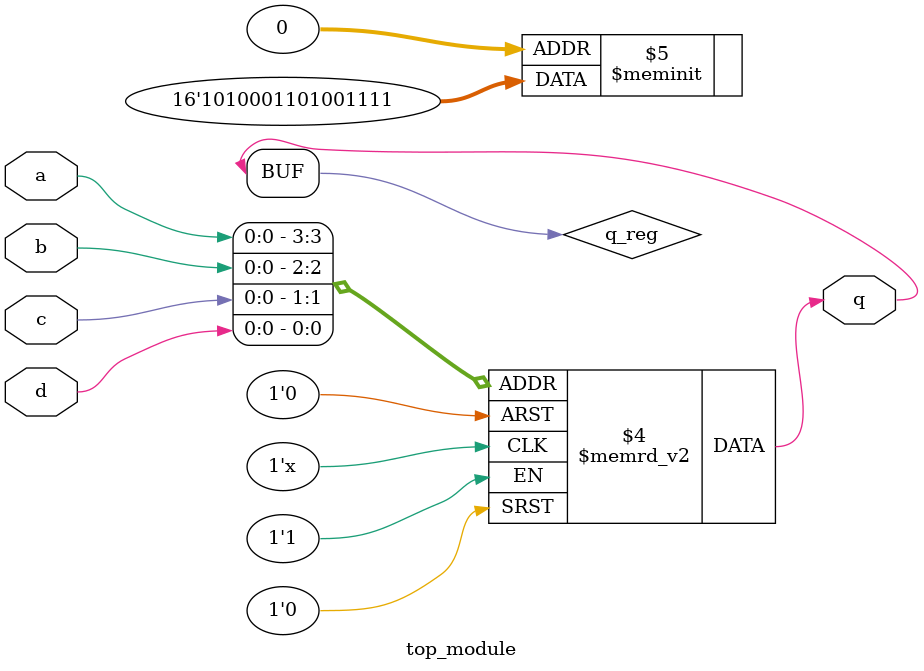
<source format=sv>
module top_module (
    input a, 
    input b, 
    input c, 
    input d,
    output q
);
    
    reg q_reg;
    
    always @(a, b, c, d) begin
        case ({a, b, c, d})
            4'd0: q_reg = 1'b1;
            4'd1: q_reg = 1'b1;
            4'd2: q_reg = 1'b1;
            4'd3: q_reg = 1'b1;
            4'd4: q_reg = 1'b0;
            4'd5: q_reg = 1'b0;
            4'd6: q_reg = 1'b1;
            4'd7: q_reg = 1'b0;
            4'd8: q_reg = 1'b1;
            4'd9: q_reg = 1'b1;
            4'd10: q_reg = 1'b0;
            4'd11: q_reg = 1'b0;
            4'd12: q_reg = 1'b0;
            4'd13: q_reg = 1'b1;
            4'd14: q_reg = 1'b0;
            4'd15: q_reg = 1'b1;
            default: q_reg = 1'b1;
        endcase
    end
    
    assign q = q_reg;
  
endmodule

</source>
